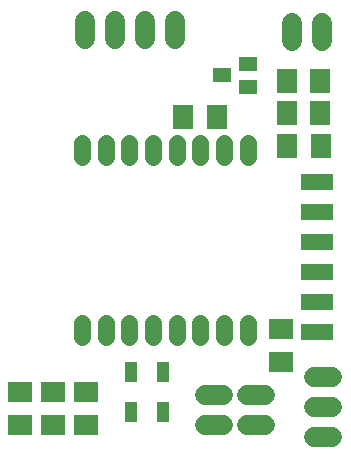
<source format=gbr>
G04 EAGLE Gerber X2 export*
%TF.Part,Single*%
%TF.FileFunction,Soldermask,Top,1*%
%TF.FilePolarity,Negative*%
%TF.GenerationSoftware,Autodesk,EAGLE,9.1.1*%
%TF.CreationDate,2018-07-26T12:17:36Z*%
G75*
%MOMM*%
%FSLAX34Y34*%
%LPD*%
%AMOC8*
5,1,8,0,0,1.08239X$1,22.5*%
G01*
%ADD10R,1.803200X2.003200*%
%ADD11R,1.003200X1.803200*%
%ADD12R,1.603200X1.203200*%
%ADD13R,2.006200X1.803200*%
%ADD14R,1.803200X2.006200*%
%ADD15R,2.743200X1.473200*%
%ADD16C,1.411200*%
%ADD17C,1.727200*%


D10*
X251430Y341630D03*
X279430Y341630D03*
X251430Y314960D03*
X279430Y314960D03*
D11*
X119380Y95740D03*
X119380Y61740D03*
X146050Y95740D03*
X146050Y61740D03*
D12*
X196010Y346710D03*
X218010Y356210D03*
X218010Y337210D03*
D13*
X246380Y132330D03*
X246380Y103890D03*
X25400Y78990D03*
X25400Y50550D03*
X81280Y50550D03*
X81280Y78990D03*
X53340Y50550D03*
X53340Y78990D03*
D14*
X279650Y287020D03*
X251210Y287020D03*
D15*
X276860Y256540D03*
X276860Y231140D03*
X276860Y205740D03*
X276860Y180340D03*
X276860Y154940D03*
X276860Y129540D03*
D14*
X192020Y311150D03*
X163580Y311150D03*
D16*
X217890Y289360D02*
X217890Y277280D01*
X197890Y277280D02*
X197890Y289360D01*
X177890Y289360D02*
X177890Y277280D01*
X157890Y277280D02*
X157890Y289360D01*
X137890Y289360D02*
X137890Y277280D01*
X117890Y277280D02*
X117890Y289360D01*
X97890Y289360D02*
X97890Y277280D01*
X77890Y277280D02*
X77890Y289360D01*
X217890Y137280D02*
X217890Y125200D01*
X197890Y125200D02*
X197890Y137280D01*
X177890Y137280D02*
X177890Y125200D01*
X157890Y125200D02*
X157890Y137280D01*
X137890Y137280D02*
X137890Y125200D01*
X117890Y125200D02*
X117890Y137280D01*
X97890Y137280D02*
X97890Y125200D01*
X77890Y125200D02*
X77890Y137280D01*
D17*
X181610Y50800D02*
X196850Y50800D01*
X196850Y76200D02*
X181610Y76200D01*
X217170Y50800D02*
X232410Y50800D01*
X232410Y76200D02*
X217170Y76200D01*
X274320Y40640D02*
X289560Y40640D01*
X289560Y66040D02*
X274320Y66040D01*
X274320Y91440D02*
X289560Y91440D01*
X255270Y375920D02*
X255270Y391160D01*
X280670Y391160D02*
X280670Y375920D01*
X156210Y377190D02*
X156210Y392430D01*
X130810Y392430D02*
X130810Y377190D01*
X105410Y377190D02*
X105410Y392430D01*
X80010Y392430D02*
X80010Y377190D01*
M02*

</source>
